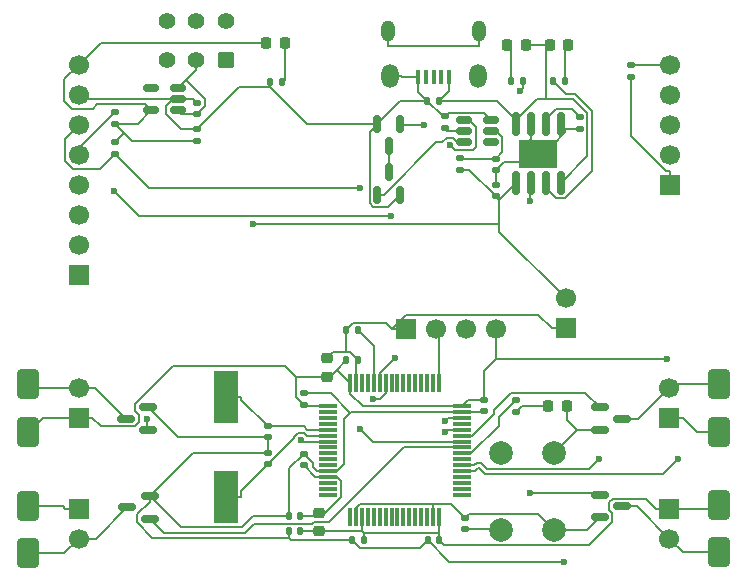
<source format=gbr>
%TF.GenerationSoftware,KiCad,Pcbnew,9.0.4*%
%TF.CreationDate,2025-11-28T16:57:24+01:00*%
%TF.ProjectId,Drone_PCB,44726f6e-655f-4504-9342-2e6b69636164,rev?*%
%TF.SameCoordinates,Original*%
%TF.FileFunction,Copper,L1,Top*%
%TF.FilePolarity,Positive*%
%FSLAX46Y46*%
G04 Gerber Fmt 4.6, Leading zero omitted, Abs format (unit mm)*
G04 Created by KiCad (PCBNEW 9.0.4) date 2025-11-28 16:57:24*
%MOMM*%
%LPD*%
G01*
G04 APERTURE LIST*
G04 Aperture macros list*
%AMRoundRect*
0 Rectangle with rounded corners*
0 $1 Rounding radius*
0 $2 $3 $4 $5 $6 $7 $8 $9 X,Y pos of 4 corners*
0 Add a 4 corners polygon primitive as box body*
4,1,4,$2,$3,$4,$5,$6,$7,$8,$9,$2,$3,0*
0 Add four circle primitives for the rounded corners*
1,1,$1+$1,$2,$3*
1,1,$1+$1,$4,$5*
1,1,$1+$1,$6,$7*
1,1,$1+$1,$8,$9*
0 Add four rect primitives between the rounded corners*
20,1,$1+$1,$2,$3,$4,$5,0*
20,1,$1+$1,$4,$5,$6,$7,0*
20,1,$1+$1,$6,$7,$8,$9,0*
20,1,$1+$1,$8,$9,$2,$3,0*%
G04 Aperture macros list end*
%TA.AperFunction,SMDPad,CuDef*%
%ADD10RoundRect,0.150000X-0.150000X0.825000X-0.150000X-0.825000X0.150000X-0.825000X0.150000X0.825000X0*%
%TD*%
%TA.AperFunction,HeatsinkPad*%
%ADD11C,0.500000*%
%TD*%
%TA.AperFunction,HeatsinkPad*%
%ADD12R,3.300000X2.410000*%
%TD*%
%TA.AperFunction,SMDPad,CuDef*%
%ADD13RoundRect,0.218750X-0.218750X-0.256250X0.218750X-0.256250X0.218750X0.256250X-0.218750X0.256250X0*%
%TD*%
%TA.AperFunction,SMDPad,CuDef*%
%ADD14RoundRect,0.135000X-0.185000X0.135000X-0.185000X-0.135000X0.185000X-0.135000X0.185000X0.135000X0*%
%TD*%
%TA.AperFunction,SMDPad,CuDef*%
%ADD15RoundRect,0.140000X0.170000X-0.140000X0.170000X0.140000X-0.170000X0.140000X-0.170000X-0.140000X0*%
%TD*%
%TA.AperFunction,SMDPad,CuDef*%
%ADD16RoundRect,0.218750X-0.256250X0.218750X-0.256250X-0.218750X0.256250X-0.218750X0.256250X0.218750X0*%
%TD*%
%TA.AperFunction,ComponentPad*%
%ADD17R,1.700000X1.700000*%
%TD*%
%TA.AperFunction,ComponentPad*%
%ADD18C,1.700000*%
%TD*%
%TA.AperFunction,SMDPad,CuDef*%
%ADD19RoundRect,0.150000X-0.587500X-0.150000X0.587500X-0.150000X0.587500X0.150000X-0.587500X0.150000X0*%
%TD*%
%TA.AperFunction,SMDPad,CuDef*%
%ADD20RoundRect,0.140000X-0.170000X0.140000X-0.170000X-0.140000X0.170000X-0.140000X0.170000X0.140000X0*%
%TD*%
%TA.AperFunction,SMDPad,CuDef*%
%ADD21RoundRect,0.140000X-0.140000X-0.170000X0.140000X-0.170000X0.140000X0.170000X-0.140000X0.170000X0*%
%TD*%
%TA.AperFunction,SMDPad,CuDef*%
%ADD22RoundRect,0.135000X0.185000X-0.135000X0.185000X0.135000X-0.185000X0.135000X-0.185000X-0.135000X0*%
%TD*%
%TA.AperFunction,SMDPad,CuDef*%
%ADD23RoundRect,0.135000X-0.135000X-0.185000X0.135000X-0.185000X0.135000X0.185000X-0.135000X0.185000X0*%
%TD*%
%TA.AperFunction,SMDPad,CuDef*%
%ADD24RoundRect,0.140000X0.140000X0.170000X-0.140000X0.170000X-0.140000X-0.170000X0.140000X-0.170000X0*%
%TD*%
%TA.AperFunction,SMDPad,CuDef*%
%ADD25RoundRect,0.250000X0.650000X-1.000000X0.650000X1.000000X-0.650000X1.000000X-0.650000X-1.000000X0*%
%TD*%
%TA.AperFunction,SMDPad,CuDef*%
%ADD26RoundRect,0.150000X0.512500X0.150000X-0.512500X0.150000X-0.512500X-0.150000X0.512500X-0.150000X0*%
%TD*%
%TA.AperFunction,SMDPad,CuDef*%
%ADD27RoundRect,0.218750X0.218750X0.256250X-0.218750X0.256250X-0.218750X-0.256250X0.218750X-0.256250X0*%
%TD*%
%TA.AperFunction,SMDPad,CuDef*%
%ADD28RoundRect,0.135000X0.135000X0.185000X-0.135000X0.185000X-0.135000X-0.185000X0.135000X-0.185000X0*%
%TD*%
%TA.AperFunction,ComponentPad*%
%ADD29C,2.000000*%
%TD*%
%TA.AperFunction,SMDPad,CuDef*%
%ADD30R,2.000000X4.500000*%
%TD*%
%TA.AperFunction,SMDPad,CuDef*%
%ADD31RoundRect,0.250000X-0.650000X1.000000X-0.650000X-1.000000X0.650000X-1.000000X0.650000X1.000000X0*%
%TD*%
%TA.AperFunction,SMDPad,CuDef*%
%ADD32RoundRect,0.150000X0.587500X0.150000X-0.587500X0.150000X-0.587500X-0.150000X0.587500X-0.150000X0*%
%TD*%
%TA.AperFunction,SMDPad,CuDef*%
%ADD33RoundRect,0.225000X0.250000X-0.225000X0.250000X0.225000X-0.250000X0.225000X-0.250000X-0.225000X0*%
%TD*%
%TA.AperFunction,SMDPad,CuDef*%
%ADD34RoundRect,0.075000X-0.700000X-0.075000X0.700000X-0.075000X0.700000X0.075000X-0.700000X0.075000X0*%
%TD*%
%TA.AperFunction,SMDPad,CuDef*%
%ADD35RoundRect,0.075000X-0.075000X-0.700000X0.075000X-0.700000X0.075000X0.700000X-0.075000X0.700000X0*%
%TD*%
%TA.AperFunction,SMDPad,CuDef*%
%ADD36RoundRect,0.150000X-0.512500X-0.150000X0.512500X-0.150000X0.512500X0.150000X-0.512500X0.150000X0*%
%TD*%
%TA.AperFunction,ComponentPad*%
%ADD37RoundRect,0.250000X0.450000X0.450000X-0.450000X0.450000X-0.450000X-0.450000X0.450000X-0.450000X0*%
%TD*%
%TA.AperFunction,ComponentPad*%
%ADD38C,1.400000*%
%TD*%
%TA.AperFunction,SMDPad,CuDef*%
%ADD39R,0.450000X1.300000*%
%TD*%
%TA.AperFunction,HeatsinkPad*%
%ADD40O,1.150000X1.800000*%
%TD*%
%TA.AperFunction,HeatsinkPad*%
%ADD41O,1.450000X2.000000*%
%TD*%
%TA.AperFunction,SMDPad,CuDef*%
%ADD42RoundRect,0.150000X0.150000X-0.587500X0.150000X0.587500X-0.150000X0.587500X-0.150000X-0.587500X0*%
%TD*%
%TA.AperFunction,SMDPad,CuDef*%
%ADD43RoundRect,0.150000X-0.150000X0.587500X-0.150000X-0.587500X0.150000X-0.587500X0.150000X0.587500X0*%
%TD*%
%TA.AperFunction,ViaPad*%
%ADD44C,0.600000*%
%TD*%
%TA.AperFunction,Conductor*%
%ADD45C,0.200000*%
%TD*%
G04 APERTURE END LIST*
D10*
%TO.P,U3,1,TEMP*%
%TO.N,GND*%
X88335000Y-61925000D03*
%TO.P,U3,2,PROG*%
%TO.N,/PROG*%
X87065000Y-61925000D03*
%TO.P,U3,3,GND*%
%TO.N,GND*%
X85795000Y-61925000D03*
%TO.P,U3,4,V_{CC}*%
%TO.N,VBUS*%
X84525000Y-61925000D03*
%TO.P,U3,5,BAT*%
%TO.N,/B+*%
X84525000Y-66875000D03*
%TO.P,U3,6,~{STDBY}*%
%TO.N,/STDBY_LED*%
X85795000Y-66875000D03*
%TO.P,U3,7,~{CHRG}*%
%TO.N,/CHRG_LED*%
X87065000Y-66875000D03*
%TO.P,U3,8,CE*%
%TO.N,VBUS*%
X88335000Y-66875000D03*
D11*
%TO.P,U3,9,EPAD*%
%TO.N,GND*%
X87630000Y-63700000D03*
X86430000Y-63700000D03*
X85230000Y-63700000D03*
D12*
X86430000Y-64400000D03*
D11*
X87630000Y-65100000D03*
X86430000Y-65100000D03*
X85230000Y-65100000D03*
%TD*%
D13*
%TO.P,D3,1,K*%
%TO.N,Net-(D3-K)*%
X83769000Y-55194000D03*
%TO.P,D3,2,A*%
%TO.N,VBUS*%
X85344000Y-55194000D03*
%TD*%
D14*
%TO.P,R5,1*%
%TO.N,/PROG*%
X89916000Y-61286000D03*
%TO.P,R5,2*%
%TO.N,GND*%
X89916000Y-62306000D03*
%TD*%
D15*
%TO.P,C17,1*%
%TO.N,/B+*%
X82804000Y-68032000D03*
%TO.P,C17,2*%
%TO.N,GND*%
X82804000Y-67072000D03*
%TD*%
D16*
%TO.P,FB1,1*%
%TO.N,+3.3VA*%
X67818000Y-94795000D03*
%TO.P,FB1,2*%
%TO.N,+3.3V*%
X67818000Y-96370000D03*
%TD*%
D17*
%TO.P,J2,1,Pin_1*%
%TO.N,/INT*%
X47498000Y-74676000D03*
D18*
%TO.P,J2,2,Pin_2*%
%TO.N,/ADO*%
X47498000Y-72136000D03*
%TO.P,J2,3,Pin_3*%
%TO.N,/XCL*%
X47498000Y-69596000D03*
%TO.P,J2,4,Pin_4*%
%TO.N,/XDA*%
X47498000Y-67056000D03*
%TO.P,J2,5,Pin_5*%
%TO.N,/SDA*%
X47498000Y-64516000D03*
%TO.P,J2,6,Pin_6*%
%TO.N,/SCL*%
X47498000Y-61976000D03*
%TO.P,J2,7,Pin_7*%
%TO.N,GND*%
X47498000Y-59436000D03*
%TO.P,J2,8,Pin_8*%
%TO.N,+3.3V*%
X47498000Y-56896000D03*
%TD*%
D19*
%TO.P,Q3,1,G*%
%TO.N,/PWM_RB*%
X91625000Y-93300000D03*
%TO.P,Q3,2,S*%
%TO.N,GND*%
X91625000Y-95200000D03*
%TO.P,Q3,3,D*%
%TO.N,/M_RB*%
X93500000Y-94250000D03*
%TD*%
D17*
%TO.P,J8,1,Pin_1*%
%TO.N,GND*%
X88725000Y-79210000D03*
D18*
%TO.P,J8,2,Pin_2*%
%TO.N,/B+*%
X88725000Y-76670000D03*
%TD*%
D20*
%TO.P,C2,1*%
%TO.N,+3.3V*%
X81788000Y-85250000D03*
%TO.P,C2,2*%
%TO.N,GND*%
X81788000Y-86210000D03*
%TD*%
%TO.P,C16,1*%
%TO.N,/VIN*%
X82804000Y-64842000D03*
%TO.P,C16,2*%
%TO.N,GND*%
X82804000Y-65802000D03*
%TD*%
D17*
%TO.P,J6,1,Pin_1*%
%TO.N,+3.3V*%
X47500000Y-86750000D03*
D18*
%TO.P,J6,2,Pin_2*%
%TO.N,/M_LF*%
X47500000Y-84210000D03*
%TD*%
D19*
%TO.P,Q5,1,G*%
%TO.N,/PWM_RF*%
X91625000Y-85900000D03*
%TO.P,Q5,2,S*%
%TO.N,GND*%
X91625000Y-87800000D03*
%TO.P,Q5,3,D*%
%TO.N,/M_RF*%
X93500000Y-86850000D03*
%TD*%
D14*
%TO.P,R10,1*%
%TO.N,/RST*%
X94234000Y-56892000D03*
%TO.P,R10,2*%
%TO.N,+3.3V*%
X94234000Y-57912000D03*
%TD*%
D21*
%TO.P,C1,1*%
%TO.N,+3.3V*%
X70160000Y-81892000D03*
%TO.P,C1,2*%
%TO.N,GND*%
X71120000Y-81892000D03*
%TD*%
D17*
%TO.P,J1,1,Pin_1*%
%TO.N,GND*%
X75184000Y-79248000D03*
D18*
%TO.P,J1,2,Pin_2*%
%TO.N,/SWCLK*%
X77724000Y-79248000D03*
%TO.P,J1,3,Pin_3*%
%TO.N,/SWDIO*%
X80264000Y-79248000D03*
%TO.P,J1,4,Pin_4*%
%TO.N,+3.3V*%
X82804000Y-79248000D03*
%TD*%
D22*
%TO.P,R11,1*%
%TO.N,/LED_SIGNAL_VIN*%
X84500000Y-86270000D03*
%TO.P,R11,2*%
%TO.N,/LED_SIGNAL*%
X84500000Y-85250000D03*
%TD*%
D23*
%TO.P,R1,1*%
%TO.N,GND*%
X70100000Y-79352000D03*
%TO.P,R1,2*%
%TO.N,/BOOT0*%
X71120000Y-79352000D03*
%TD*%
D24*
%TO.P,C8,1*%
%TO.N,+3.3VA*%
X66266000Y-95100000D03*
%TO.P,C8,2*%
%TO.N,GND*%
X65306000Y-95100000D03*
%TD*%
D17*
%TO.P,J5,1,Pin_1*%
%TO.N,+3.3V*%
X97525000Y-94460000D03*
D18*
%TO.P,J5,2,Pin_2*%
%TO.N,/M_RB*%
X97525000Y-97000000D03*
%TD*%
D25*
%TO.P,D7,1,K*%
%TO.N,+3.3V*%
X101750000Y-87950000D03*
%TO.P,D7,2,A*%
%TO.N,/M_RF*%
X101750000Y-83950000D03*
%TD*%
D22*
%TO.P,R7,1*%
%TO.N,/CS*%
X78500000Y-62274000D03*
%TO.P,R7,2*%
%TO.N,GND*%
X78500000Y-61254000D03*
%TD*%
D21*
%TO.P,C15,1*%
%TO.N,GND*%
X77018000Y-59960000D03*
%TO.P,C15,2*%
%TO.N,VBUS*%
X77978000Y-59960000D03*
%TD*%
D15*
%TO.P,C10,1*%
%TO.N,/NRST*%
X80250000Y-96210000D03*
%TO.P,C10,2*%
%TO.N,GND*%
X80250000Y-95250000D03*
%TD*%
D17*
%TO.P,J4,1,Pin_1*%
%TO.N,+3.3V*%
X47500000Y-94460000D03*
D18*
%TO.P,J4,2,Pin_2*%
%TO.N,/M_LB*%
X47500000Y-97000000D03*
%TD*%
D26*
%TO.P,U2,1,VIN*%
%TO.N,/PWR*%
X55887500Y-60750000D03*
%TO.P,U2,2,GND*%
%TO.N,GND*%
X55887500Y-59800000D03*
%TO.P,U2,3,EN*%
%TO.N,/PWR*%
X55887500Y-58850000D03*
%TO.P,U2,4,NC*%
%TO.N,unconnected-(U2-NC-Pad4)*%
X53612500Y-58850000D03*
%TO.P,U2,5,VOUT*%
%TO.N,+3.3V*%
X53612500Y-60750000D03*
%TD*%
D24*
%TO.P,C4,1*%
%TO.N,+3.3V*%
X71628000Y-97132000D03*
%TO.P,C4,2*%
%TO.N,GND*%
X70668000Y-97132000D03*
%TD*%
D27*
%TO.P,D2,1,K*%
%TO.N,Net-(D2-K)*%
X88951000Y-55194000D03*
%TO.P,D2,2,A*%
%TO.N,VBUS*%
X87376000Y-55194000D03*
%TD*%
D14*
%TO.P,R3,1*%
%TO.N,+3.3V*%
X50546000Y-63392000D03*
%TO.P,R3,2*%
%TO.N,/SCL*%
X50546000Y-64412000D03*
%TD*%
D28*
%TO.P,R8,1*%
%TO.N,Net-(D2-K)*%
X88650000Y-58242000D03*
%TO.P,R8,2*%
%TO.N,/CHRG_LED*%
X87630000Y-58242000D03*
%TD*%
D29*
%TO.P,SW1,1,1*%
%TO.N,/NRST*%
X83250000Y-96250000D03*
X83250000Y-89750000D03*
%TO.P,SW1,2,2*%
%TO.N,GND*%
X87750000Y-96250000D03*
X87750000Y-89750000D03*
%TD*%
D17*
%TO.P,J3,1,Pin_1*%
%TO.N,+3.3V*%
X97536000Y-67056000D03*
D18*
%TO.P,J3,2,Pin_2*%
%TO.N,/TX*%
X97536000Y-64516000D03*
%TO.P,J3,3,Pin_3*%
%TO.N,/RX*%
X97536000Y-61976000D03*
%TO.P,J3,4,Pin_4*%
%TO.N,GND*%
X97536000Y-59436000D03*
%TO.P,J3,5,Pin_5*%
%TO.N,/RST*%
X97536000Y-56896000D03*
%TD*%
D14*
%TO.P,R6,1*%
%TO.N,/VIN*%
X79756000Y-64782000D03*
%TO.P,R6,2*%
%TO.N,/B+*%
X79756000Y-65802000D03*
%TD*%
D15*
%TO.P,C7,1*%
%TO.N,+3.3VA*%
X66548000Y-90782000D03*
%TO.P,C7,2*%
%TO.N,GND*%
X66548000Y-89822000D03*
%TD*%
D30*
%TO.P,Y1,1,1*%
%TO.N,/HSE_IN*%
X59944000Y-84980000D03*
%TO.P,Y1,2,2*%
%TO.N,/HSE_OUT*%
X59944000Y-93480000D03*
%TD*%
D15*
%TO.P,C14,1*%
%TO.N,+3.3V*%
X57500000Y-63310000D03*
%TO.P,C14,2*%
%TO.N,GND*%
X57500000Y-62350000D03*
%TD*%
D31*
%TO.P,D4,1,K*%
%TO.N,+3.3V*%
X43250000Y-94250000D03*
%TO.P,D4,2,A*%
%TO.N,/M_LB*%
X43250000Y-98250000D03*
%TD*%
D32*
%TO.P,Q6,1,G*%
%TO.N,/PWM_LF*%
X53375000Y-87800000D03*
%TO.P,Q6,2,S*%
%TO.N,GND*%
X53375000Y-85900000D03*
%TO.P,Q6,3,D*%
%TO.N,/M_LF*%
X51500000Y-86850000D03*
%TD*%
D33*
%TO.P,C6,1*%
%TO.N,+3.3V*%
X68500000Y-83300000D03*
%TO.P,C6,2*%
%TO.N,GND*%
X68500000Y-81750000D03*
%TD*%
D17*
%TO.P,J7,1,Pin_1*%
%TO.N,+3.3V*%
X97525000Y-86750000D03*
D18*
%TO.P,J7,2,Pin_2*%
%TO.N,/M_RF*%
X97525000Y-84210000D03*
%TD*%
D24*
%TO.P,C3,1*%
%TO.N,+3.3V*%
X78000000Y-97132000D03*
%TO.P,C3,2*%
%TO.N,GND*%
X77040000Y-97132000D03*
%TD*%
%TO.P,C9,1*%
%TO.N,+3.3V*%
X66238000Y-96370000D03*
%TO.P,C9,2*%
%TO.N,GND*%
X65278000Y-96370000D03*
%TD*%
D25*
%TO.P,D6,1,K*%
%TO.N,+3.3V*%
X43250000Y-87950000D03*
%TO.P,D6,2,A*%
%TO.N,/M_LF*%
X43250000Y-83950000D03*
%TD*%
D34*
%TO.P,U1,1,VBAT*%
%TO.N,+3.3V*%
X68571000Y-85780000D03*
%TO.P,U1,2,PC13*%
%TO.N,unconnected-(U1-PC13-Pad2)*%
X68571000Y-86280000D03*
%TO.P,U1,3,PC14*%
%TO.N,unconnected-(U1-PC14-Pad3)*%
X68571000Y-86780000D03*
%TO.P,U1,4,PC15*%
%TO.N,unconnected-(U1-PC15-Pad4)*%
X68571000Y-87280000D03*
%TO.P,U1,5,PH0*%
%TO.N,/HSE_IN*%
X68571000Y-87780000D03*
%TO.P,U1,6,PH1*%
%TO.N,/HSE_OUT*%
X68571000Y-88280000D03*
%TO.P,U1,7,NRST*%
%TO.N,/NRST*%
X68571000Y-88780000D03*
%TO.P,U1,8,PC0*%
%TO.N,unconnected-(U1-PC0-Pad8)*%
X68571000Y-89280000D03*
%TO.P,U1,9,PC1*%
%TO.N,unconnected-(U1-PC1-Pad9)*%
X68571000Y-89780000D03*
%TO.P,U1,10,PC2*%
%TO.N,unconnected-(U1-PC2-Pad10)*%
X68571000Y-90280000D03*
%TO.P,U1,11,PC3*%
%TO.N,unconnected-(U1-PC3-Pad11)*%
X68571000Y-90780000D03*
%TO.P,U1,12,VSSA*%
%TO.N,GND*%
X68571000Y-91280000D03*
%TO.P,U1,13,VDDA*%
%TO.N,+3.3VA*%
X68571000Y-91780000D03*
%TO.P,U1,14,PA0*%
%TO.N,unconnected-(U1-PA0-Pad14)*%
X68571000Y-92280000D03*
%TO.P,U1,15,PA1*%
%TO.N,unconnected-(U1-PA1-Pad15)*%
X68571000Y-92780000D03*
%TO.P,U1,16,PA2*%
%TO.N,unconnected-(U1-PA2-Pad16)*%
X68571000Y-93280000D03*
D35*
%TO.P,U1,17,PA3*%
%TO.N,unconnected-(U1-PA3-Pad17)*%
X70496000Y-95205000D03*
%TO.P,U1,18,VSS*%
%TO.N,GND*%
X70996000Y-95205000D03*
%TO.P,U1,19,VDD*%
%TO.N,+3.3V*%
X71496000Y-95205000D03*
%TO.P,U1,20,PA4*%
%TO.N,unconnected-(U1-PA4-Pad20)*%
X71996000Y-95205000D03*
%TO.P,U1,21,PA5*%
%TO.N,unconnected-(U1-PA5-Pad21)*%
X72496000Y-95205000D03*
%TO.P,U1,22,PA6*%
%TO.N,unconnected-(U1-PA6-Pad22)*%
X72996000Y-95205000D03*
%TO.P,U1,23,PA7*%
%TO.N,unconnected-(U1-PA7-Pad23)*%
X73496000Y-95205000D03*
%TO.P,U1,24,PC4*%
%TO.N,unconnected-(U1-PC4-Pad24)*%
X73996000Y-95205000D03*
%TO.P,U1,25,PC5*%
%TO.N,unconnected-(U1-PC5-Pad25)*%
X74496000Y-95205000D03*
%TO.P,U1,26,PB0*%
%TO.N,unconnected-(U1-PB0-Pad26)*%
X74996000Y-95205000D03*
%TO.P,U1,27,PB1*%
%TO.N,unconnected-(U1-PB1-Pad27)*%
X75496000Y-95205000D03*
%TO.P,U1,28,PB2*%
%TO.N,unconnected-(U1-PB2-Pad28)*%
X75996000Y-95205000D03*
%TO.P,U1,29,PB10*%
%TO.N,unconnected-(U1-PB10-Pad29)*%
X76496000Y-95205000D03*
%TO.P,U1,30,VCAP1*%
%TO.N,unconnected-(U1-VCAP1-Pad30)*%
X76996000Y-95205000D03*
%TO.P,U1,31,VSS*%
%TO.N,GND*%
X77496000Y-95205000D03*
%TO.P,U1,32,VDD*%
%TO.N,+3.3V*%
X77996000Y-95205000D03*
D34*
%TO.P,U1,33,PB12*%
%TO.N,unconnected-(U1-PB12-Pad33)*%
X79921000Y-93280000D03*
%TO.P,U1,34,PB13*%
%TO.N,unconnected-(U1-PB13-Pad34)*%
X79921000Y-92780000D03*
%TO.P,U1,35,PB14*%
%TO.N,unconnected-(U1-PB14-Pad35)*%
X79921000Y-92280000D03*
%TO.P,U1,36,PB15*%
%TO.N,unconnected-(U1-PB15-Pad36)*%
X79921000Y-91780000D03*
%TO.P,U1,37,PC6*%
%TO.N,/RX*%
X79921000Y-91280000D03*
%TO.P,U1,38,PC7*%
%TO.N,/TX*%
X79921000Y-90780000D03*
%TO.P,U1,39,PC8*%
%TO.N,unconnected-(U1-PC8-Pad39)*%
X79921000Y-90280000D03*
%TO.P,U1,40,PC9*%
%TO.N,/LED_SIGNAL*%
X79921000Y-89780000D03*
%TO.P,U1,41,PA8*%
%TO.N,/PWM_LB*%
X79921000Y-89280000D03*
%TO.P,U1,42,PA9*%
%TO.N,/PWM_LF*%
X79921000Y-88780000D03*
%TO.P,U1,43,PA10*%
%TO.N,/PWM_RF*%
X79921000Y-88280000D03*
%TO.P,U1,44,PA11*%
%TO.N,/PWM_RB*%
X79921000Y-87780000D03*
%TO.P,U1,45,PA12*%
%TO.N,unconnected-(U1-PA12-Pad45)*%
X79921000Y-87280000D03*
%TO.P,U1,46,PA13*%
%TO.N,/SWDIO*%
X79921000Y-86780000D03*
%TO.P,U1,47,VSS*%
%TO.N,GND*%
X79921000Y-86280000D03*
%TO.P,U1,48,VDD*%
%TO.N,+3.3V*%
X79921000Y-85780000D03*
D35*
%TO.P,U1,49,PA14*%
%TO.N,/SWCLK*%
X77996000Y-83855000D03*
%TO.P,U1,50,PA15*%
%TO.N,unconnected-(U1-PA15-Pad50)*%
X77496000Y-83855000D03*
%TO.P,U1,51,PC10*%
%TO.N,unconnected-(U1-PC10-Pad51)*%
X76996000Y-83855000D03*
%TO.P,U1,52,PC11*%
%TO.N,unconnected-(U1-PC11-Pad52)*%
X76496000Y-83855000D03*
%TO.P,U1,53,PC12*%
%TO.N,unconnected-(U1-PC12-Pad53)*%
X75996000Y-83855000D03*
%TO.P,U1,54,PD2*%
%TO.N,unconnected-(U1-PD2-Pad54)*%
X75496000Y-83855000D03*
%TO.P,U1,55,PB3*%
%TO.N,unconnected-(U1-PB3-Pad55)*%
X74996000Y-83855000D03*
%TO.P,U1,56,PB4*%
%TO.N,unconnected-(U1-PB4-Pad56)*%
X74496000Y-83855000D03*
%TO.P,U1,57,PB5*%
%TO.N,unconnected-(U1-PB5-Pad57)*%
X73996000Y-83855000D03*
%TO.P,U1,58,PB6*%
%TO.N,/SCL*%
X73496000Y-83855000D03*
%TO.P,U1,59,PB7*%
%TO.N,/SDA*%
X72996000Y-83855000D03*
%TO.P,U1,60,BOOT0*%
%TO.N,/BOOT0*%
X72496000Y-83855000D03*
%TO.P,U1,61,PB8*%
%TO.N,unconnected-(U1-PB8-Pad61)*%
X71996000Y-83855000D03*
%TO.P,U1,62,PB9*%
%TO.N,unconnected-(U1-PB9-Pad62)*%
X71496000Y-83855000D03*
%TO.P,U1,63,VSS*%
%TO.N,GND*%
X70996000Y-83855000D03*
%TO.P,U1,64,VDD*%
%TO.N,+3.3V*%
X70496000Y-83855000D03*
%TD*%
D27*
%TO.P,D1,1,K*%
%TO.N,/PWR_LED_K*%
X64975000Y-55000000D03*
%TO.P,D1,2,A*%
%TO.N,+3.3V*%
X63400000Y-55000000D03*
%TD*%
D31*
%TO.P,D5,1,K*%
%TO.N,+3.3V*%
X101750000Y-94150000D03*
%TO.P,D5,2,A*%
%TO.N,/M_RB*%
X101750000Y-98150000D03*
%TD*%
D28*
%TO.P,R9,1*%
%TO.N,/STDBY_LED*%
X85094000Y-58242000D03*
%TO.P,R9,2*%
%TO.N,Net-(D3-K)*%
X84074000Y-58242000D03*
%TD*%
D15*
%TO.P,C13,1*%
%TO.N,/PWR*%
X57500000Y-61060000D03*
%TO.P,C13,2*%
%TO.N,GND*%
X57500000Y-60100000D03*
%TD*%
D36*
%TO.P,U4,1,OD*%
%TO.N,/OD*%
X80142500Y-61550000D03*
%TO.P,U4,2,CS*%
%TO.N,/CS*%
X80142500Y-62500000D03*
%TO.P,U4,3,OC*%
%TO.N,/OC*%
X80142500Y-63450000D03*
%TO.P,U4,4,TD*%
%TO.N,unconnected-(U4-TD-Pad4)*%
X82417500Y-63450000D03*
%TO.P,U4,5,VCC*%
%TO.N,/VIN*%
X82417500Y-62500000D03*
%TO.P,U4,6,GND*%
%TO.N,GND*%
X82417500Y-61550000D03*
%TD*%
D22*
%TO.P,R4,1*%
%TO.N,+3.3V*%
X50546000Y-61872000D03*
%TO.P,R4,2*%
%TO.N,/SDA*%
X50546000Y-60852000D03*
%TD*%
D37*
%TO.P,SW2,1,A*%
%TO.N,/B+*%
X59944000Y-56517500D03*
D38*
%TO.P,SW2,2,B*%
%TO.N,/PWR*%
X57444000Y-56517500D03*
%TO.P,SW2,3*%
%TO.N,N/C*%
X54944000Y-56517500D03*
%TO.P,SW2,4*%
X54944000Y-53217500D03*
%TO.P,SW2,5*%
X57444000Y-53217500D03*
%TO.P,SW2,6*%
X59944000Y-53217500D03*
%TD*%
D15*
%TO.P,C12,1*%
%TO.N,/HSE_OUT*%
X63500000Y-90698000D03*
%TO.P,C12,2*%
%TO.N,GND*%
X63500000Y-89738000D03*
%TD*%
D32*
%TO.P,Q4,1,G*%
%TO.N,/PWM_LB*%
X53500000Y-95300000D03*
%TO.P,Q4,2,S*%
%TO.N,GND*%
X53500000Y-93400000D03*
%TO.P,Q4,3,D*%
%TO.N,/M_LB*%
X51625000Y-94350000D03*
%TD*%
D39*
%TO.P,J9,1,VBUS*%
%TO.N,VBUS*%
X78855000Y-57900000D03*
%TO.P,J9,2,D-*%
%TO.N,unconnected-(J9-D--Pad2)*%
X78205000Y-57900000D03*
%TO.P,J9,3,D+*%
%TO.N,unconnected-(J9-D+-Pad3)*%
X77555000Y-57900000D03*
%TO.P,J9,4,ID*%
%TO.N,unconnected-(J9-ID-Pad4)*%
X76905000Y-57900000D03*
%TO.P,J9,5,GND*%
%TO.N,GND*%
X76255000Y-57900000D03*
D40*
%TO.P,J9,6,Shield*%
X81430000Y-54050000D03*
D41*
X81280000Y-57850000D03*
X73830000Y-57850000D03*
D40*
X73680000Y-54050000D03*
%TD*%
D27*
%TO.P,D8,1,K*%
%TO.N,GND*%
X88825000Y-85760000D03*
%TO.P,D8,2,A*%
%TO.N,/LED_SIGNAL_VIN*%
X87250000Y-85760000D03*
%TD*%
D42*
%TO.P,Q2,1,G*%
%TO.N,/OC*%
X72800000Y-67879000D03*
%TO.P,Q2,2,S*%
%TO.N,GND*%
X74700000Y-67879000D03*
%TO.P,Q2,3,D*%
%TO.N,/Q12*%
X73750000Y-66004000D03*
%TD*%
D43*
%TO.P,Q1,1,G*%
%TO.N,/OD*%
X74700000Y-61879000D03*
%TO.P,Q1,2,S*%
%TO.N,GND*%
X72800000Y-61879000D03*
%TO.P,Q1,3,D*%
%TO.N,/Q12*%
X73750000Y-63754000D03*
%TD*%
D28*
%TO.P,R2,1*%
%TO.N,/PWR_LED_K*%
X64760000Y-58350000D03*
%TO.P,R2,2*%
%TO.N,GND*%
X63740000Y-58350000D03*
%TD*%
D15*
%TO.P,C5,1*%
%TO.N,+3.3V*%
X66548000Y-85674000D03*
%TO.P,C5,2*%
%TO.N,GND*%
X66548000Y-84714000D03*
%TD*%
D20*
%TO.P,C11,1*%
%TO.N,/HSE_IN*%
X63500000Y-87480000D03*
%TO.P,C11,2*%
%TO.N,GND*%
X63500000Y-88440000D03*
%TD*%
D44*
%TO.N,/PWM_LF*%
X53291700Y-86911300D03*
X71333600Y-87723200D03*
%TO.N,/PWM_RB*%
X78539800Y-88004700D03*
X85689000Y-93144200D03*
%TO.N,/B+*%
X62242600Y-70388200D03*
%TO.N,/OD*%
X76701600Y-61958500D03*
X78920700Y-63650300D03*
%TO.N,/TX*%
X91550600Y-90299700D03*
%TO.N,/RX*%
X98251300Y-90299700D03*
%TO.N,/SCL*%
X72425200Y-85155100D03*
X71307800Y-67322100D03*
%TO.N,/SDA*%
X74266700Y-81711800D03*
X73978200Y-69655700D03*
X50519400Y-67543700D03*
%TO.N,/STDBY_LED*%
X85694700Y-68408300D03*
X84854500Y-59116100D03*
%TO.N,/SWDIO*%
X78492800Y-87029400D03*
%TO.N,/NRST*%
X66299100Y-88628700D03*
%TO.N,GND*%
X88619800Y-98954600D03*
%TO.N,+3.3V*%
X97287700Y-81766200D03*
%TD*%
D45*
%TO.N,/LED_SIGNAL_VIN*%
X85010000Y-85760000D02*
X87250000Y-85760000D01*
X84500000Y-86270000D02*
X85010000Y-85760000D01*
%TO.N,/PWM_LF*%
X53291700Y-87716700D02*
X53291700Y-86911300D01*
X53375000Y-87800000D02*
X53291700Y-87716700D01*
X72390400Y-88780000D02*
X79921000Y-88780000D01*
X71333600Y-87723200D02*
X72390400Y-88780000D01*
%TO.N,/PWM_RF*%
X80810700Y-88280000D02*
X79921000Y-88280000D01*
X82677400Y-86413300D02*
X80810700Y-88280000D01*
X82677400Y-86083100D02*
X82677400Y-86413300D01*
X84128800Y-84631700D02*
X82677400Y-86083100D01*
X90356700Y-84631700D02*
X84128800Y-84631700D01*
X91625000Y-85900000D02*
X90356700Y-84631700D01*
%TO.N,/PWM_LB*%
X61612200Y-96497300D02*
X61847600Y-96261900D01*
X54697300Y-96497300D02*
X61612200Y-96497300D01*
X53500000Y-95300000D02*
X54697300Y-96497300D01*
X61847600Y-96261900D02*
X62013900Y-96095600D01*
X61847600Y-96261900D02*
X62013900Y-96095600D01*
X75030400Y-89280000D02*
X79921000Y-89280000D01*
X68727900Y-95582500D02*
X75030400Y-89280000D01*
X67393300Y-95582500D02*
X68727900Y-95582500D01*
X67228200Y-95747600D02*
X67393300Y-95582500D01*
X62361900Y-95747600D02*
X67228200Y-95747600D01*
X62013900Y-96095600D02*
X62361900Y-95747600D01*
%TO.N,/PWM_RB*%
X78764500Y-87780000D02*
X78539800Y-88004700D01*
X79921000Y-87780000D02*
X78764500Y-87780000D01*
X91469200Y-93144200D02*
X91625000Y-93300000D01*
X85689000Y-93144200D02*
X91469200Y-93144200D01*
%TO.N,/M_RF*%
X97785000Y-83950000D02*
X97525000Y-84210000D01*
X101750000Y-83950000D02*
X97785000Y-83950000D01*
X94885000Y-86850000D02*
X93500000Y-86850000D01*
X97525000Y-84210000D02*
X94885000Y-86850000D01*
%TO.N,/M_LF*%
X48860000Y-84210000D02*
X47500000Y-84210000D01*
X51500000Y-86850000D02*
X48860000Y-84210000D01*
X43510000Y-84210000D02*
X43250000Y-83950000D01*
X47500000Y-84210000D02*
X43510000Y-84210000D01*
%TO.N,/M_RB*%
X98675000Y-98150000D02*
X97525000Y-97000000D01*
X101750000Y-98150000D02*
X98675000Y-98150000D01*
X94775000Y-94250000D02*
X97525000Y-97000000D01*
X93500000Y-94250000D02*
X94775000Y-94250000D01*
%TO.N,/M_LB*%
X46250000Y-98250000D02*
X47500000Y-97000000D01*
X43250000Y-98250000D02*
X46250000Y-98250000D01*
X48975000Y-97000000D02*
X47500000Y-97000000D01*
X51625000Y-94350000D02*
X48975000Y-97000000D01*
%TO.N,/B+*%
X83086000Y-68314000D02*
X84525000Y-66875000D01*
X83086000Y-68314000D02*
X82804000Y-68032000D01*
X80574000Y-65802000D02*
X79756000Y-65802000D01*
X82804000Y-68032000D02*
X80574000Y-65802000D01*
X62242600Y-70388200D02*
X83086000Y-70388200D01*
X83086000Y-71031000D02*
X83086000Y-70388200D01*
X88725000Y-76670000D02*
X83086000Y-71031000D01*
X83086000Y-70388200D02*
X83086000Y-68314000D01*
%TO.N,VBUS*%
X78855000Y-59083000D02*
X78855000Y-57900000D01*
X77978000Y-59960000D02*
X78855000Y-59083000D01*
X82918700Y-59960000D02*
X84525000Y-61566300D01*
X77978000Y-59960000D02*
X82918700Y-59960000D01*
X84525000Y-61566300D02*
X84525000Y-61925000D01*
X89340900Y-59769800D02*
X87033900Y-59769800D01*
X90568100Y-60997000D02*
X89340900Y-59769800D01*
X90568100Y-64641900D02*
X90568100Y-60997000D01*
X88335000Y-66875000D02*
X90568100Y-64641900D01*
X86321500Y-59769800D02*
X84525000Y-61566300D01*
X87033900Y-59769800D02*
X86321500Y-59769800D01*
X87033900Y-55194000D02*
X87033900Y-59769800D01*
X85344000Y-55194000D02*
X87033900Y-55194000D01*
X87033900Y-55194000D02*
X87376000Y-55194000D01*
%TO.N,/PWR*%
X56197500Y-61060000D02*
X55887500Y-60750000D01*
X57500000Y-61060000D02*
X56197500Y-61060000D01*
X57444000Y-57293500D02*
X56552500Y-58185000D01*
X57444000Y-56517500D02*
X57444000Y-57293500D01*
X55887500Y-58850000D02*
X56552500Y-58185000D01*
X58171600Y-60388400D02*
X57500000Y-61060000D01*
X58171600Y-59804100D02*
X58171600Y-60388400D01*
X56552500Y-58185000D02*
X58171600Y-59804100D01*
%TO.N,/VIN*%
X79816000Y-64842000D02*
X79756000Y-64782000D01*
X82804000Y-64842000D02*
X79816000Y-64842000D01*
X83385500Y-64260500D02*
X82804000Y-64842000D01*
X83385500Y-63011800D02*
X83385500Y-64260500D01*
X82873700Y-62500000D02*
X83385500Y-63011800D01*
X82417500Y-62500000D02*
X82873700Y-62500000D01*
%TO.N,/PROG*%
X89250000Y-60620000D02*
X89916000Y-61286000D01*
X87912200Y-60620000D02*
X89250000Y-60620000D01*
X87065000Y-61467200D02*
X87912200Y-60620000D01*
X87065000Y-61925000D02*
X87065000Y-61467200D01*
%TO.N,/CS*%
X78726000Y-62500000D02*
X78500000Y-62274000D01*
X80142500Y-62500000D02*
X78726000Y-62500000D01*
%TO.N,/OC*%
X73312500Y-67879000D02*
X72800000Y-67879000D01*
X77741500Y-63450000D02*
X73312500Y-67879000D01*
X78270300Y-63450000D02*
X77741500Y-63450000D01*
X78270300Y-63449900D02*
X78270300Y-63450000D01*
X78671600Y-63048600D02*
X78270300Y-63449900D01*
X79169900Y-63048600D02*
X78671600Y-63048600D01*
X79571300Y-63450000D02*
X79169900Y-63048600D01*
X80142500Y-63450000D02*
X79571300Y-63450000D01*
%TO.N,/OD*%
X74779500Y-61958500D02*
X76701600Y-61958500D01*
X74700000Y-61879000D02*
X74779500Y-61958500D01*
X80527300Y-61550000D02*
X80142500Y-61550000D01*
X81162100Y-62184800D02*
X80527300Y-61550000D01*
X81162100Y-63806500D02*
X81162100Y-62184800D01*
X80886600Y-64082000D02*
X81162100Y-63806500D01*
X79352400Y-64082000D02*
X80886600Y-64082000D01*
X78920700Y-63650300D02*
X79352400Y-64082000D01*
X78920700Y-63650300D02*
X78974700Y-63704300D01*
X78974700Y-63704300D02*
X78920700Y-63650300D01*
%TO.N,/TX*%
X80996400Y-90780000D02*
X79921000Y-90780000D01*
X81197900Y-90578500D02*
X80996400Y-90780000D01*
X81530500Y-90578500D02*
X81197900Y-90578500D01*
X82050000Y-91098000D02*
X81530500Y-90578500D01*
X90752300Y-91098000D02*
X82050000Y-91098000D01*
X91550600Y-90299700D02*
X90752300Y-91098000D01*
%TO.N,/RST*%
X97532000Y-56892000D02*
X97536000Y-56896000D01*
X94234000Y-56892000D02*
X97532000Y-56892000D01*
%TO.N,/RX*%
X97001500Y-91549500D02*
X98251300Y-90299700D01*
X81933500Y-91549500D02*
X97001500Y-91549500D01*
X81405500Y-91021500D02*
X81933500Y-91549500D01*
X81322900Y-91021500D02*
X81405500Y-91021500D01*
X81064400Y-91280000D02*
X81322900Y-91021500D01*
X79921000Y-91280000D02*
X81064400Y-91280000D01*
%TO.N,/SCL*%
X73021700Y-85155100D02*
X72425200Y-85155100D01*
X73496000Y-84680800D02*
X73021700Y-85155100D01*
X73496000Y-83855000D02*
X73496000Y-84680800D01*
X46315300Y-63158700D02*
X47498000Y-61976000D01*
X46315300Y-64991800D02*
X46315300Y-63158700D01*
X46991800Y-65668300D02*
X46315300Y-64991800D01*
X49289700Y-65668300D02*
X46991800Y-65668300D01*
X50546000Y-64412000D02*
X49289700Y-65668300D01*
X53456100Y-67322100D02*
X50546000Y-64412000D01*
X71307800Y-67322100D02*
X53456100Y-67322100D01*
%TO.N,/SDA*%
X72996000Y-82982500D02*
X72996000Y-83855000D01*
X74266700Y-81711800D02*
X72996000Y-82982500D01*
X47498000Y-63900000D02*
X50546000Y-60852000D01*
X47498000Y-64516000D02*
X47498000Y-63900000D01*
X52631400Y-69655700D02*
X50519400Y-67543700D01*
X73978200Y-69655700D02*
X52631400Y-69655700D01*
%TO.N,/CHRG_LED*%
X88756100Y-59368100D02*
X87630000Y-58242000D01*
X89507200Y-59368100D02*
X88756100Y-59368100D01*
X90969800Y-60830700D02*
X89507200Y-59368100D01*
X90969800Y-65904500D02*
X90969800Y-60830700D01*
X88710200Y-68164100D02*
X90969800Y-65904500D01*
X87923700Y-68164100D02*
X88710200Y-68164100D01*
X87065000Y-67305400D02*
X87923700Y-68164100D01*
X87065000Y-66875000D02*
X87065000Y-67305400D01*
%TO.N,/STDBY_LED*%
X85694700Y-66975300D02*
X85694700Y-68408300D01*
X85795000Y-66875000D02*
X85694700Y-66975300D01*
X85094000Y-58876600D02*
X85094000Y-58242000D01*
X84854500Y-59116100D02*
X85094000Y-58876600D01*
%TO.N,/SWDIO*%
X78742200Y-86780000D02*
X78492800Y-87029400D01*
X79921000Y-86780000D02*
X78742200Y-86780000D01*
%TO.N,/SWCLK*%
X77996000Y-79520000D02*
X77724000Y-79248000D01*
X77996000Y-83855000D02*
X77996000Y-79520000D01*
%TO.N,/LED_SIGNAL*%
X83077600Y-86672400D02*
X84500000Y-85250000D01*
X83077600Y-87435400D02*
X83077600Y-86672400D01*
X80733000Y-89780000D02*
X83077600Y-87435400D01*
X79921000Y-89780000D02*
X80733000Y-89780000D01*
%TO.N,/BOOT0*%
X72495900Y-83855000D02*
X72496000Y-83855000D01*
X72495900Y-80727900D02*
X72495900Y-83855000D01*
X71120000Y-79352000D02*
X72495900Y-80727900D01*
%TO.N,/Q12*%
X73750000Y-63754000D02*
X73750000Y-66004000D01*
%TO.N,Net-(D3-K)*%
X84074000Y-55499000D02*
X83769000Y-55194000D01*
X84074000Y-58242000D02*
X84074000Y-55499000D01*
%TO.N,Net-(D2-K)*%
X88650000Y-55495000D02*
X88650000Y-58242000D01*
X88951000Y-55194000D02*
X88650000Y-55495000D01*
%TO.N,/PWR_LED_K*%
X64975000Y-58135000D02*
X64760000Y-58350000D01*
X64975000Y-55000000D02*
X64975000Y-58135000D01*
%TO.N,/HSE_OUT*%
X61245700Y-92952300D02*
X63500000Y-90698000D01*
X61245700Y-93480000D02*
X61245700Y-92952300D01*
X59944000Y-93480000D02*
X61245700Y-93480000D01*
X65697400Y-88500600D02*
X63500000Y-90698000D01*
X65697400Y-88379600D02*
X65697400Y-88500600D01*
X66050000Y-88027000D02*
X65697400Y-88379600D01*
X66548300Y-88027000D02*
X66050000Y-88027000D01*
X66801300Y-88280000D02*
X66548300Y-88027000D01*
X68571000Y-88280000D02*
X66801300Y-88280000D01*
%TO.N,/HSE_IN*%
X61245700Y-85225700D02*
X63500000Y-87480000D01*
X61245700Y-84980000D02*
X61245700Y-85225700D01*
X59944000Y-84980000D02*
X61245700Y-84980000D01*
X66569300Y-87480000D02*
X63500000Y-87480000D01*
X66869300Y-87780000D02*
X66569300Y-87480000D01*
X68571000Y-87780000D02*
X66869300Y-87780000D01*
%TO.N,/NRST*%
X83210000Y-96210000D02*
X80250000Y-96210000D01*
X83250000Y-96250000D02*
X83210000Y-96210000D01*
X66450400Y-88780000D02*
X68571000Y-88780000D01*
X66299100Y-88628700D02*
X66450400Y-88780000D01*
%TO.N,+3.3VA*%
X67513000Y-95100000D02*
X67818000Y-94795000D01*
X66266000Y-95100000D02*
X67513000Y-95100000D01*
X67546000Y-91780000D02*
X68571000Y-91780000D01*
X66548000Y-90782000D02*
X67546000Y-91780000D01*
X68399500Y-94795000D02*
X67818000Y-94795000D01*
X69721100Y-93473400D02*
X68399500Y-94795000D01*
X69721100Y-92104300D02*
X69721100Y-93473400D01*
X69396800Y-91780000D02*
X69721100Y-92104300D01*
X68571000Y-91780000D02*
X69396800Y-91780000D01*
%TO.N,GND*%
X70996000Y-82016000D02*
X70996000Y-83855000D01*
X71120000Y-81892000D02*
X70996000Y-82016000D01*
X87630000Y-63700000D02*
X86430000Y-63700000D01*
X87630000Y-65100000D02*
X86430000Y-65100000D01*
X86430000Y-64400000D02*
X86430000Y-65100000D01*
X85230000Y-65100000D02*
X86430000Y-65100000D01*
X73830000Y-57850000D02*
X74856700Y-57850000D01*
X78806300Y-60947700D02*
X78500000Y-61254000D01*
X81815200Y-60947700D02*
X78806300Y-60947700D01*
X82417500Y-61550000D02*
X81815200Y-60947700D01*
X85230000Y-63700000D02*
X86430000Y-63700000D01*
X87750000Y-89750000D02*
X89700000Y-87800000D01*
X89700000Y-87800000D02*
X91625000Y-87800000D01*
X75184000Y-79248000D02*
X74032300Y-79248000D01*
X81718000Y-86280000D02*
X81788000Y-86210000D01*
X79921000Y-86280000D02*
X81718000Y-86280000D01*
X88825000Y-86925000D02*
X89700000Y-87800000D01*
X88825000Y-85760000D02*
X88825000Y-86925000D01*
X74906700Y-57900000D02*
X74856700Y-57850000D01*
X76255000Y-57900000D02*
X74906700Y-57900000D01*
X76255000Y-59197000D02*
X77018000Y-59960000D01*
X76255000Y-57900000D02*
X76255000Y-59197000D01*
X90575000Y-96250000D02*
X87750000Y-96250000D01*
X91625000Y-95200000D02*
X90575000Y-96250000D01*
X73680000Y-55251700D02*
X81430000Y-55251700D01*
X73680000Y-54050000D02*
X73680000Y-55251700D01*
X81430000Y-54050000D02*
X81430000Y-55251700D01*
X78312000Y-61254000D02*
X78500000Y-61254000D01*
X77018000Y-59960000D02*
X78312000Y-61254000D01*
X74719000Y-59960000D02*
X77018000Y-59960000D01*
X72800000Y-61879000D02*
X74719000Y-59960000D01*
X70100000Y-81235400D02*
X70100000Y-79352000D01*
X70463400Y-81235400D02*
X70100000Y-81235400D01*
X71120000Y-81892000D02*
X70463400Y-81235400D01*
X69014600Y-81235400D02*
X68500000Y-81750000D01*
X70100000Y-81235400D02*
X69014600Y-81235400D01*
X85795000Y-63135000D02*
X85230000Y-63700000D01*
X85795000Y-61925000D02*
X85795000Y-63135000D01*
X55690400Y-59800000D02*
X55887500Y-59800000D01*
X57200000Y-59800000D02*
X57500000Y-60100000D01*
X55887500Y-59800000D02*
X57200000Y-59800000D01*
X47862000Y-59800000D02*
X55690400Y-59800000D01*
X47498000Y-59436000D02*
X47862000Y-59800000D01*
X86431400Y-94931400D02*
X87750000Y-96250000D01*
X80568600Y-94931400D02*
X86431400Y-94931400D01*
X80250000Y-95250000D02*
X80568600Y-94931400D01*
X88716000Y-62614000D02*
X87630000Y-63700000D01*
X88716000Y-62306000D02*
X88716000Y-62614000D01*
X89916000Y-62306000D02*
X88716000Y-62306000D01*
X88716000Y-62306000D02*
X88335000Y-61925000D01*
X57162000Y-89738000D02*
X53500000Y-93400000D01*
X63500000Y-89738000D02*
X57162000Y-89738000D01*
X65306000Y-91064000D02*
X66548000Y-89822000D01*
X65306000Y-95100000D02*
X65306000Y-91064000D01*
X82804000Y-67072000D02*
X82804000Y-65802000D01*
X83506000Y-65100000D02*
X85230000Y-65100000D01*
X82804000Y-65802000D02*
X83506000Y-65100000D01*
X63500000Y-89738000D02*
X63500000Y-88440000D01*
X79056600Y-94056600D02*
X80250000Y-95250000D01*
X77496000Y-94056600D02*
X79056600Y-94056600D01*
X77496000Y-95205000D02*
X77496000Y-94056600D01*
X71320900Y-94056600D02*
X77496000Y-94056600D01*
X70996000Y-94381500D02*
X71320900Y-94056600D01*
X70996000Y-95205000D02*
X70996000Y-94381500D01*
X73509600Y-78725300D02*
X74032300Y-79248000D01*
X70726700Y-78725300D02*
X73509600Y-78725300D01*
X70100000Y-79352000D02*
X70726700Y-78725300D01*
X88725000Y-79210000D02*
X87573300Y-79210000D01*
X86421600Y-78058300D02*
X87573300Y-79210000D01*
X75222000Y-78058300D02*
X86421600Y-78058300D01*
X74032300Y-79248000D02*
X75222000Y-78058300D01*
X55915000Y-88440000D02*
X53375000Y-85900000D01*
X63500000Y-88440000D02*
X55915000Y-88440000D01*
X56178000Y-62350000D02*
X57500000Y-62350000D01*
X54902800Y-61074800D02*
X56178000Y-62350000D01*
X54902800Y-60390500D02*
X54902800Y-61074800D01*
X55493300Y-59800000D02*
X54902800Y-60390500D01*
X55690400Y-59800000D02*
X55493300Y-59800000D01*
X66848500Y-61879000D02*
X63740000Y-58770500D01*
X72800000Y-61879000D02*
X66848500Y-61879000D01*
X63740000Y-58770500D02*
X63740000Y-58350000D01*
X61079500Y-58770500D02*
X63740000Y-58770500D01*
X57500000Y-62350000D02*
X61079500Y-58770500D01*
X67691300Y-91280000D02*
X68571000Y-91280000D01*
X67327100Y-90915800D02*
X67691300Y-91280000D01*
X67327100Y-90601100D02*
X67327100Y-90915800D01*
X66548000Y-89822000D02*
X67327100Y-90601100D01*
X68830100Y-84714000D02*
X66548000Y-84714000D01*
X70470200Y-86354000D02*
X68830100Y-84714000D01*
X69951900Y-86872300D02*
X70470200Y-86354000D01*
X69951900Y-90711500D02*
X69951900Y-86872300D01*
X69383400Y-91280000D02*
X69951900Y-90711500D01*
X68571000Y-91280000D02*
X69383400Y-91280000D01*
X70544200Y-86280000D02*
X79921000Y-86280000D01*
X70470200Y-86354000D02*
X70544200Y-86280000D01*
X62241300Y-95100000D02*
X65306000Y-95100000D01*
X61295700Y-96045600D02*
X62241300Y-95100000D01*
X56145600Y-96045600D02*
X61295700Y-96045600D01*
X53500000Y-93400000D02*
X56145600Y-96045600D01*
X53500000Y-93862500D02*
X53500000Y-93400000D01*
X52409200Y-94953300D02*
X53500000Y-93862500D01*
X52409200Y-95610500D02*
X52409200Y-94953300D01*
X53740200Y-96941500D02*
X52409200Y-95610500D01*
X65278000Y-96941500D02*
X53740200Y-96941500D01*
X65278000Y-96370000D02*
X65278000Y-96941500D01*
X65468500Y-97132000D02*
X70668000Y-97132000D01*
X65278000Y-96941500D02*
X65468500Y-97132000D01*
X72143600Y-62535400D02*
X72800000Y-61879000D01*
X72143600Y-68622800D02*
X72143600Y-62535400D01*
X72444100Y-68923300D02*
X72143600Y-68622800D01*
X73655700Y-68923300D02*
X72444100Y-68923300D01*
X74700000Y-67879000D02*
X73655700Y-68923300D01*
X71341200Y-97805200D02*
X70668000Y-97132000D01*
X76366800Y-97805200D02*
X71341200Y-97805200D01*
X77040000Y-97132000D02*
X76366800Y-97805200D01*
X78862600Y-98954600D02*
X88619800Y-98954600D01*
X77040000Y-97132000D02*
X78862600Y-98954600D01*
%TO.N,+3.3V*%
X66654000Y-85780000D02*
X66548000Y-85674000D01*
X68571000Y-85780000D02*
X66654000Y-85780000D01*
X51984000Y-63310000D02*
X57500000Y-63310000D01*
X51306000Y-62632000D02*
X51984000Y-63310000D01*
X50546000Y-63392000D02*
X51306000Y-62632000D01*
X51306000Y-62632000D02*
X50546000Y-61872000D01*
X46138300Y-94250000D02*
X46348300Y-94460000D01*
X43250000Y-94250000D02*
X46138300Y-94250000D01*
X67818000Y-96370000D02*
X66238000Y-96370000D01*
X70496000Y-83855000D02*
X69346500Y-82705500D01*
X70160000Y-81892000D02*
X69346500Y-82705500D01*
X68752000Y-83300000D02*
X68500000Y-83300000D01*
X69346500Y-82705500D02*
X68752000Y-83300000D01*
X99876700Y-87950000D02*
X98676700Y-86750000D01*
X101750000Y-87950000D02*
X99876700Y-87950000D01*
X97525000Y-86750000D02*
X98676700Y-86750000D01*
X67818000Y-96370000D02*
X71496000Y-96370000D01*
X71496000Y-96370000D02*
X71496000Y-95205000D01*
X101440000Y-94460000D02*
X101750000Y-94150000D01*
X97525000Y-94460000D02*
X101440000Y-94460000D01*
X80451000Y-85250000D02*
X81788000Y-85250000D01*
X79921000Y-85780000D02*
X80451000Y-85250000D01*
X52490500Y-61872000D02*
X53612500Y-60750000D01*
X50546000Y-61872000D02*
X52490500Y-61872000D01*
X97248100Y-65904300D02*
X97536000Y-65904300D01*
X94234000Y-62890200D02*
X97248100Y-65904300D01*
X94234000Y-57912000D02*
X94234000Y-62890200D01*
X97536000Y-67056000D02*
X97536000Y-65904300D01*
X49394000Y-55000000D02*
X47498000Y-56896000D01*
X63400000Y-55000000D02*
X49394000Y-55000000D01*
X53103200Y-60240700D02*
X53612500Y-60750000D01*
X49070300Y-60240700D02*
X53103200Y-60240700D01*
X48723300Y-60587700D02*
X49070300Y-60240700D01*
X46968000Y-60587700D02*
X48723300Y-60587700D01*
X46292800Y-59912500D02*
X46968000Y-60587700D01*
X46292800Y-58101200D02*
X46292800Y-59912500D01*
X47498000Y-56896000D02*
X46292800Y-58101200D01*
X46924200Y-94460000D02*
X46348300Y-94460000D01*
X46924200Y-94460000D02*
X47500000Y-94460000D01*
X77996000Y-96519800D02*
X77996000Y-95205000D01*
X71628000Y-97132000D02*
X71628000Y-96519800D01*
X71496000Y-96387800D02*
X71628000Y-96519800D01*
X71496000Y-96370000D02*
X71496000Y-96387800D01*
X71628000Y-96519800D02*
X77996000Y-96519800D01*
X97525000Y-94460000D02*
X96373300Y-94460000D01*
X78000000Y-96523800D02*
X77996000Y-96519800D01*
X78000000Y-97132000D02*
X78000000Y-96523800D01*
X95523000Y-93609700D02*
X96373300Y-94460000D01*
X92702800Y-93609700D02*
X95523000Y-93609700D01*
X92418900Y-93893600D02*
X92702800Y-93609700D01*
X92418900Y-94556300D02*
X92418900Y-93893600D01*
X92681900Y-94819300D02*
X92418900Y-94556300D01*
X92681900Y-95603400D02*
X92681900Y-94819300D01*
X90731500Y-97553800D02*
X92681900Y-95603400D01*
X78421800Y-97553800D02*
X90731500Y-97553800D01*
X78000000Y-97132000D02*
X78421800Y-97553800D01*
X44450000Y-86750000D02*
X43250000Y-87950000D01*
X47500000Y-86750000D02*
X44450000Y-86750000D01*
X47500000Y-86750000D02*
X48651700Y-86750000D01*
X70496000Y-84726000D02*
X70496000Y-83855000D01*
X71550000Y-85780000D02*
X70496000Y-84726000D01*
X79921000Y-85780000D02*
X71550000Y-85780000D01*
X82804000Y-81766200D02*
X82804000Y-79248000D01*
X97287700Y-81766200D02*
X82804000Y-81766200D01*
X81788000Y-82782200D02*
X81788000Y-85250000D01*
X82804000Y-81766200D02*
X81788000Y-82782200D01*
X65002900Y-82428300D02*
X65874600Y-83300000D01*
X55448400Y-82428300D02*
X65002900Y-82428300D01*
X52287500Y-85589200D02*
X55448400Y-82428300D01*
X52287500Y-86199900D02*
X52287500Y-85589200D01*
X52581200Y-86493600D02*
X52287500Y-86199900D01*
X52581200Y-87156300D02*
X52581200Y-86493600D01*
X52265200Y-87472300D02*
X52581200Y-87156300D01*
X49374000Y-87472300D02*
X52265200Y-87472300D01*
X48651700Y-86750000D02*
X49374000Y-87472300D01*
X65874600Y-83300000D02*
X68500000Y-83300000D01*
X65874600Y-85000600D02*
X66548000Y-85674000D01*
X65874600Y-83300000D02*
X65874600Y-85000600D01*
%TD*%
M02*

</source>
